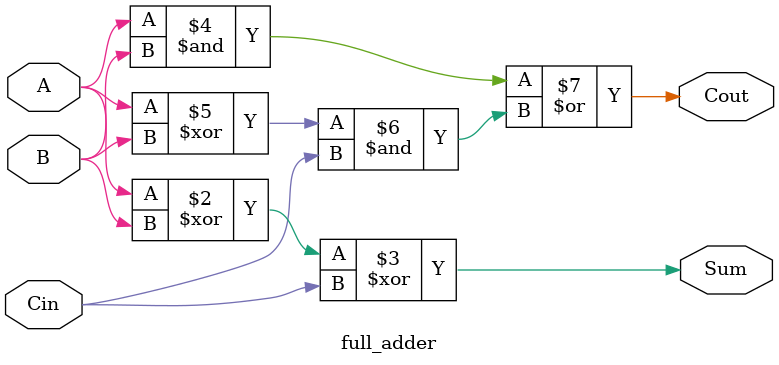
<source format=v>
`timescale 1ns / 1ps
module full_adder(
    input A,B,Cin,
	 output reg Sum,Cout
    );
    always@(*)begin
	     Sum = A^B^Cin;
		  Cout = (A&B)|((A^B)&Cin);
	 end

endmodule

</source>
